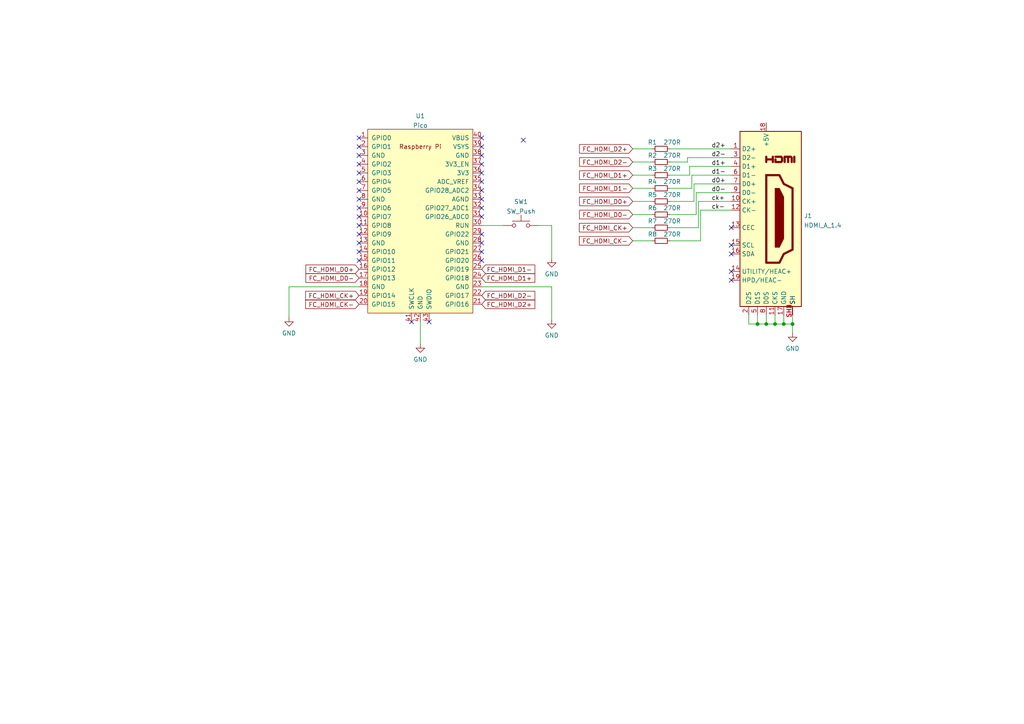
<source format=kicad_sch>
(kicad_sch (version 20211123) (generator eeschema)
  (paper "A4")
  (lib_symbols
    (symbol "CM4IO:HDMI_A_1.4"
      (property "Reference" "J" (at -6.35 26.67 0))
      (property "Value" "HDMI_A_1.4" (at 10.16 26.67 0))
      (symbol "HDMI_A_1.4_0_0"
        (polyline (pts (xy 8.128 16.51) (xy 8.128 18.034)) (stroke (width 0.635)))
        (polyline (pts (xy 0 16.51) (xy 0 18.034) (xy 0 17.272) (xy 1.905 17.272) (xy 1.905 18.034) (xy 1.905 16.51)) (stroke (width 0.635)))
        (polyline (pts (xy 2.667 18.034) (xy 4.318 18.034) (xy 4.572 17.78) (xy 4.572 16.764) (xy 4.318 16.51) (xy 2.667 16.51) (xy 2.667 17.272)) (stroke (width 0.635)))
        (pin passive line (at 7.62 -27.94 90) (length 2.54) (name "SH") (number "SH2"))
        (pin passive line (at 7.62 -27.94 90) (length 2.54) (name "SH") (number "SH3"))
        (pin passive line (at 7.62 -27.94 90) (length 2.54) (name "SH") (number "SH4"))
      )
      (symbol "HDMI_A_1.4_0_1"
        (rectangle (start -7.62 25.4) (end 10.16 -25.4) (stroke (width 0.254)) (fill (type background)))
        (polyline (pts (xy 2.54 8.89) (xy 3.81 8.89) (xy 5.08 6.35) (xy 5.08 -5.715) (xy 3.81 -8.255) (xy 2.54 -8.255) (xy 2.54 8.89)) (fill (type outline)))
        (polyline (pts (xy 5.334 16.51) (xy 5.334 18.034) (xy 6.35 18.034) (xy 6.35 16.51) (xy 6.35 18.034) (xy 7.112 18.034) (xy 7.366 17.78) (xy 7.366 16.51)) (stroke (width 0.635)))
        (polyline (pts (xy 0 12.7) (xy 0 -12.7) (xy 3.81 -12.7) (xy 5.08 -10.16) (xy 7.62 -8.89) (xy 7.62 8.89) (xy 5.08 10.16) (xy 3.81 12.7) (xy 0 12.7)) (stroke (width 0.635)))
      )
      (symbol "HDMI_A_1.4_1_1"
        (pin passive line (at -10.16 20.32 0) (length 2.54) (name "D2+") (number "1"))
        (pin passive line (at -10.16 5.08 0) (length 2.54) (name "CK+") (number "10"))
        (pin power_in line (at 2.54 -27.94 90) (length 2.54) (name "CKS") (number "11"))
        (pin passive line (at -10.16 2.54 0) (length 2.54) (name "CK-") (number "12"))
        (pin bidirectional line (at -10.16 -2.54 0) (length 2.54) (name "CEC") (number "13"))
        (pin passive line (at -10.16 -15.24 0) (length 2.54) (name "UTILITY/HEAC+") (number "14"))
        (pin passive line (at -10.16 -7.62 0) (length 2.54) (name "SCL") (number "15"))
        (pin bidirectional line (at -10.16 -10.16 0) (length 2.54) (name "SDA") (number "16"))
        (pin power_in line (at 5.08 -27.94 90) (length 2.54) (name "GND") (number "17"))
        (pin power_in line (at 0 27.94 270) (length 2.54) (name "+5V") (number "18"))
        (pin passive line (at -10.16 -17.78 0) (length 2.54) (name "HPD/HEAC-") (number "19"))
        (pin power_in line (at -5.08 -27.94 90) (length 2.54) (name "D2S") (number "2"))
        (pin passive line (at -10.16 17.78 0) (length 2.54) (name "D2-") (number "3"))
        (pin passive line (at -10.16 15.24 0) (length 2.54) (name "D1+") (number "4"))
        (pin power_in line (at -2.54 -27.94 90) (length 2.54) (name "D1S") (number "5"))
        (pin passive line (at -10.16 12.7 0) (length 2.54) (name "D1-") (number "6"))
        (pin passive line (at -10.16 10.16 0) (length 2.54) (name "D0+") (number "7"))
        (pin power_in line (at 0 -27.94 90) (length 2.54) (name "D0S") (number "8"))
        (pin passive line (at -10.16 7.62 0) (length 2.54) (name "D0-") (number "9"))
        (pin passive line (at 7.62 -27.94 90) (length 2.54) (name "SH") (number "SH1"))
      )
    )
    (symbol "Device:R_Small" (pin_numbers hide) (pin_names (offset 0.254) hide)
      (property "Reference" "R" (at 0.762 0.508 0))
      (property "Value" "R_Small" (at 0.762 -1.016 0))
      (symbol "R_Small_0_1"
        (rectangle (start -0.762 1.778) (end 0.762 -1.778) (stroke (width 0.2032)))
      )
      (symbol "R_Small_1_1"
        (pin passive line (at 0 2.54 270) (length 0.762) (name "~") (number "1"))
        (pin passive line (at 0 -2.54 90) (length 0.762) (name "~") (number "2"))
      )
    )
    (symbol "MCU_RaspberryPi_Pico:Pico" (pin_names (offset 1.016))
      (property "Reference" "U" (at -13.97 27.94 0))
      (property "Value" "Pico" (at 0 19.05 0))
      (symbol "Pico_0_0"
        (text "Raspberry Pi" (at 0 21.59 0) (effects (font (size 1.27 1.27))))
      )
      (symbol "Pico_0_1"
        (rectangle (start -15.24 26.67) (end 15.24 -26.67) (fill (type background)))
      )
      (symbol "Pico_1_1"
        (pin bidirectional line (at -17.78 24.13 0) (length 2.54) (name "GPIO0") (number "1"))
        (pin bidirectional line (at -17.78 1.27 0) (length 2.54) (name "GPIO7") (number "10"))
        (pin bidirectional line (at -17.78 -1.27 0) (length 2.54) (name "GPIO8") (number "11"))
        (pin bidirectional line (at -17.78 -3.81 0) (length 2.54) (name "GPIO9") (number "12"))
        (pin power_in line (at -17.78 -6.35 0) (length 2.54) (name "GND") (number "13"))
        (pin bidirectional line (at -17.78 -8.89 0) (length 2.54) (name "GPIO10") (number "14"))
        (pin bidirectional line (at -17.78 -11.43 0) (length 2.54) (name "GPIO11") (number "15"))
        (pin bidirectional line (at -17.78 -13.97 0) (length 2.54) (name "GPIO12") (number "16"))
        (pin bidirectional line (at -17.78 -16.51 0) (length 2.54) (name "GPIO13") (number "17"))
        (pin power_in line (at -17.78 -19.05 0) (length 2.54) (name "GND") (number "18"))
        (pin bidirectional line (at -17.78 -21.59 0) (length 2.54) (name "GPIO14") (number "19"))
        (pin bidirectional line (at -17.78 21.59 0) (length 2.54) (name "GPIO1") (number "2"))
        (pin bidirectional line (at -17.78 -24.13 0) (length 2.54) (name "GPIO15") (number "20"))
        (pin bidirectional line (at 17.78 -24.13 180) (length 2.54) (name "GPIO16") (number "21"))
        (pin bidirectional line (at 17.78 -21.59 180) (length 2.54) (name "GPIO17") (number "22"))
        (pin power_in line (at 17.78 -19.05 180) (length 2.54) (name "GND") (number "23"))
        (pin bidirectional line (at 17.78 -16.51 180) (length 2.54) (name "GPIO18") (number "24"))
        (pin bidirectional line (at 17.78 -13.97 180) (length 2.54) (name "GPIO19") (number "25"))
        (pin bidirectional line (at 17.78 -11.43 180) (length 2.54) (name "GPIO20") (number "26"))
        (pin bidirectional line (at 17.78 -8.89 180) (length 2.54) (name "GPIO21") (number "27"))
        (pin power_in line (at 17.78 -6.35 180) (length 2.54) (name "GND") (number "28"))
        (pin bidirectional line (at 17.78 -3.81 180) (length 2.54) (name "GPIO22") (number "29"))
        (pin power_in line (at -17.78 19.05 0) (length 2.54) (name "GND") (number "3"))
        (pin input line (at 17.78 -1.27 180) (length 2.54) (name "RUN") (number "30"))
        (pin bidirectional line (at 17.78 1.27 180) (length 2.54) (name "GPIO26_ADC0") (number "31"))
        (pin bidirectional line (at 17.78 3.81 180) (length 2.54) (name "GPIO27_ADC1") (number "32"))
        (pin power_in line (at 17.78 6.35 180) (length 2.54) (name "AGND") (number "33"))
        (pin bidirectional line (at 17.78 8.89 180) (length 2.54) (name "GPIO28_ADC2") (number "34"))
        (pin unspecified line (at 17.78 11.43 180) (length 2.54) (name "ADC_VREF") (number "35"))
        (pin unspecified line (at 17.78 13.97 180) (length 2.54) (name "3V3") (number "36"))
        (pin input line (at 17.78 16.51 180) (length 2.54) (name "3V3_EN") (number "37"))
        (pin bidirectional line (at 17.78 19.05 180) (length 2.54) (name "GND") (number "38"))
        (pin unspecified line (at 17.78 21.59 180) (length 2.54) (name "VSYS") (number "39"))
        (pin bidirectional line (at -17.78 16.51 0) (length 2.54) (name "GPIO2") (number "4"))
        (pin unspecified line (at 17.78 24.13 180) (length 2.54) (name "VBUS") (number "40"))
        (pin input line (at -2.54 -29.21 90) (length 2.54) (name "SWCLK") (number "41"))
        (pin power_in line (at 0 -29.21 90) (length 2.54) (name "GND") (number "42"))
        (pin bidirectional line (at 2.54 -29.21 90) (length 2.54) (name "SWDIO") (number "43"))
        (pin bidirectional line (at -17.78 13.97 0) (length 2.54) (name "GPIO3") (number "5"))
        (pin bidirectional line (at -17.78 11.43 0) (length 2.54) (name "GPIO4") (number "6"))
        (pin bidirectional line (at -17.78 8.89 0) (length 2.54) (name "GPIO5") (number "7"))
        (pin power_in line (at -17.78 6.35 0) (length 2.54) (name "GND") (number "8"))
        (pin bidirectional line (at -17.78 3.81 0) (length 2.54) (name "GPIO6") (number "9"))
      )
    )
    (symbol "Switch:SW_Push" (pin_numbers hide) (pin_names (offset 1.016) hide)
      (property "Reference" "SW" (at 1.27 2.54 0))
      (property "Value" "SW_Push" (at 0 -1.524 0))
      (symbol "SW_Push_0_1"
        (circle (center -2.032 0) (radius 0.508))
        (polyline (pts (xy 0 1.27) (xy 0 3.048)))
        (polyline (pts (xy 2.54 1.27) (xy -2.54 1.27)))
        (circle (center 2.032 0) (radius 0.508))
        (pin passive line (at -5.08 0 0) (length 2.54) (name "1") (number "1"))
        (pin passive line (at 5.08 0 180) (length 2.54) (name "2") (number "2"))
      )
    )
    (symbol "power:GND" (power) (pin_names (offset 0))
      (property "Value" "GND" (at 0 -3.81 0))
      (symbol "GND_0_1"
        (polyline (pts (xy 0 0) (xy 0 -1.27) (xy 1.27 -1.27) (xy 0 -2.54) (xy -1.27 -1.27) (xy 0 -1.27)))
      )
      (symbol "GND_1_1"
        (pin power_in line (at 0 0 270) (length 0) hide (name "GND") (number "1"))
      )
    )
  )
  (junction (at 229.87 93.98))
  (junction (at 227.33 93.98))
  (junction (at 222.25 93.98))
  (junction (at 219.71 93.98))
  (junction (at 224.79 93.98))
  (no_connect (at 139.7 40.005))
  (no_connect (at 104.14 40.005))
  (no_connect (at 104.14 42.545))
  (no_connect (at 104.14 70.485))
  (no_connect (at 104.14 73.025))
  (no_connect (at 104.14 75.565))
  (no_connect (at 119.38 93.345))
  (no_connect (at 104.14 45.085))
  (no_connect (at 104.14 47.625))
  (no_connect (at 104.14 50.165))
  (no_connect (at 104.14 52.705))
  (no_connect (at 104.14 55.245))
  (no_connect (at 104.14 57.785))
  (no_connect (at 104.14 60.325))
  (no_connect (at 104.14 62.865))
  (no_connect (at 104.14 65.405))
  (no_connect (at 104.14 67.945))
  (no_connect (at 139.7 73.025))
  (no_connect (at 139.7 70.485))
  (no_connect (at 139.7 67.945))
  (no_connect (at 139.7 45.085))
  (no_connect (at 139.7 42.545))
  (no_connect (at 124.46 93.345))
  (no_connect (at 139.7 75.565))
  (no_connect (at 139.7 62.865))
  (no_connect (at 139.7 60.325))
  (no_connect (at 139.7 57.785))
  (no_connect (at 139.7 55.245))
  (no_connect (at 139.7 52.705))
  (no_connect (at 139.7 50.165))
  (no_connect (at 139.7 47.625))
  (no_connect (at 212.09 81.28))
  (no_connect (at 212.09 78.74))
  (no_connect (at 212.09 73.66))
  (no_connect (at 212.09 71.12))
  (no_connect (at 212.09 66.04))
  (no_connect (at 151.765 40.64))
  (wire (pts (xy 227.33 91.44) (xy 227.33 93.98)))
  (wire (pts (xy 212.09 53.34) (xy 201.295 53.34)))
  (wire (pts (xy 203.2 60.96) (xy 203.2 69.85)))
  (wire (pts (xy 183.515 43.18) (xy 189.23 43.18)))
  (wire (pts (xy 83.82 83.185) (xy 83.82 92.075)))
  (wire (pts (xy 212.09 50.8) (xy 200.66 50.8)))
  (wire (pts (xy 199.39 46.99) (xy 194.31 46.99)))
  (wire (pts (xy 160.02 83.185) (xy 160.02 92.71)))
  (wire (pts (xy 200.025 50.8) (xy 194.31 50.8)))
  (wire (pts (xy 203.2 69.85) (xy 194.31 69.85)))
  (wire (pts (xy 224.79 91.44) (xy 224.79 93.98)))
  (wire (pts (xy 217.17 91.44) (xy 217.17 93.98)))
  (wire (pts (xy 160.02 65.405) (xy 160.02 74.93)))
  (wire (pts (xy 121.92 93.345) (xy 121.92 99.695)))
  (wire (pts (xy 219.71 93.98) (xy 222.25 93.98)))
  (wire (pts (xy 212.09 60.96) (xy 203.2 60.96)))
  (wire (pts (xy 139.7 65.405) (xy 146.05 65.405)))
  (wire (pts (xy 201.295 53.34) (xy 201.295 58.42)))
  (wire (pts (xy 222.25 93.98) (xy 224.79 93.98)))
  (wire (pts (xy 200.025 48.26) (xy 200.025 50.8)))
  (wire (pts (xy 200.66 50.8) (xy 200.66 54.61)))
  (wire (pts (xy 183.515 69.85) (xy 189.23 69.85)))
  (wire (pts (xy 183.515 50.8) (xy 189.23 50.8)))
  (wire (pts (xy 212.09 45.72) (xy 199.39 45.72)))
  (wire (pts (xy 183.515 46.99) (xy 189.23 46.99)))
  (wire (pts (xy 227.33 93.98) (xy 229.87 93.98)))
  (wire (pts (xy 194.31 43.18) (xy 212.09 43.18)))
  (wire (pts (xy 139.7 83.185) (xy 160.02 83.185)))
  (wire (pts (xy 200.66 54.61) (xy 194.31 54.61)))
  (wire (pts (xy 201.93 55.88) (xy 201.93 62.23)))
  (wire (pts (xy 219.71 91.44) (xy 219.71 93.98)))
  (wire (pts (xy 222.25 91.44) (xy 222.25 93.98)))
  (wire (pts (xy 201.295 58.42) (xy 194.31 58.42)))
  (wire (pts (xy 212.09 48.26) (xy 200.025 48.26)))
  (wire (pts (xy 217.17 93.98) (xy 219.71 93.98)))
  (wire (pts (xy 201.93 62.23) (xy 194.31 62.23)))
  (wire (pts (xy 224.79 93.98) (xy 227.33 93.98)))
  (wire (pts (xy 183.515 54.61) (xy 189.23 54.61)))
  (wire (pts (xy 199.39 45.72) (xy 199.39 46.99)))
  (wire (pts (xy 229.87 91.44) (xy 229.87 93.98)))
  (wire (pts (xy 212.09 58.42) (xy 202.565 58.42)))
  (wire (pts (xy 202.565 66.04) (xy 194.31 66.04)))
  (wire (pts (xy 183.515 66.04) (xy 189.23 66.04)))
  (wire (pts (xy 104.14 83.185) (xy 83.82 83.185)))
  (wire (pts (xy 156.21 65.405) (xy 160.02 65.405)))
  (wire (pts (xy 183.515 62.23) (xy 189.23 62.23)))
  (wire (pts (xy 229.87 93.98) (xy 229.87 96.52)))
  (wire (pts (xy 183.515 58.42) (xy 189.23 58.42)))
  (wire (pts (xy 212.09 55.88) (xy 201.93 55.88)))
  (wire (pts (xy 202.565 58.42) (xy 202.565 66.04)))
  (label "d2+" (at 206.375 43.18 0))
  (label "d0-" (at 206.375 55.88 0))
  (label "d1+" (at 206.375 48.26 0))
  (label "d1-" (at 206.375 50.8 0))
  (label "d2-" (at 206.375 45.72 0))
  (label "ck+" (at 206.375 58.42 0))
  (label "d0+" (at 206.375 53.34 0))
  (label "ck-" (at 206.375 60.96 0))
  (global_label "FC_HDMI_D0+" (shape input) (at 104.14 78.105 180) (property "Intersheet References" "${INTERSHEET_REFS}" (effects hide)))
  (global_label "FC_HDMI_D2-" (shape input) (at 183.515 46.99 180) (property "Intersheet References" "${INTERSHEET_REFS}" (effects hide)))
  (global_label "FC_HDMI_D2+" (shape input) (at 183.515 43.18 180) (property "Intersheet References" "${INTERSHEET_REFS}" (effects hide)))
  (global_label "FC_HDMI_D1-" (shape input) (at 183.515 54.61 180) (property "Intersheet References" "${INTERSHEET_REFS}" (effects hide)))
  (global_label "FC_HDMI_D1-" (shape input) (at 139.7 78.105 0) (property "Intersheet References" "${INTERSHEET_REFS}" (effects hide)))
  (global_label "FC_HDMI_D0-" (shape input) (at 104.14 80.645 180) (property "Intersheet References" "${INTERSHEET_REFS}" (effects hide)))
  (global_label "FC_HDMI_CK-" (shape input) (at 183.515 69.85 180) (property "Intersheet References" "${INTERSHEET_REFS}" (effects hide)))
  (global_label "FC_HDMI_CK+" (shape input) (at 104.14 85.725 180) (property "Intersheet References" "${INTERSHEET_REFS}" (effects hide)))
  (global_label "FC_HDMI_D0-" (shape input) (at 183.515 62.23 180) (property "Intersheet References" "${INTERSHEET_REFS}" (effects hide)))
  (global_label "FC_HDMI_D0+" (shape input) (at 183.515 58.42 180) (property "Intersheet References" "${INTERSHEET_REFS}" (effects hide)))
  (global_label "FC_HDMI_D2-" (shape input) (at 139.7 85.725 0) (property "Intersheet References" "${INTERSHEET_REFS}" (effects hide)))
  (global_label "FC_HDMI_CK+" (shape input) (at 183.515 66.04 180) (property "Intersheet References" "${INTERSHEET_REFS}" (effects hide)))
  (global_label "FC_HDMI_D1+" (shape input) (at 139.7 80.645 0) (property "Intersheet References" "${INTERSHEET_REFS}" (effects hide)))
  (global_label "FC_HDMI_CK-" (shape input) (at 104.14 88.265 180) (property "Intersheet References" "${INTERSHEET_REFS}" (effects hide)))
  (global_label "FC_HDMI_D1+" (shape input) (at 183.515 50.8 180) (property "Intersheet References" "${INTERSHEET_REFS}" (effects hide)))
  (global_label "FC_HDMI_D2+" (shape input) (at 139.7 88.265 0) (property "Intersheet References" "${INTERSHEET_REFS}" (effects hide)))
  (symbol (lib_id "Device:R_Small") (at 191.77 69.85 90) (unit 1)
    (property "Reference" "R8" (at 189.23 67.945 90))
    (property "Value" "270R" (at 194.945 67.945 90))
    (property "Footprint" "Resistor_SMD:R_0402_1005Metric_Pad0.72x0.64mm_HandSolder" (effects hide))
  )
  (symbol (lib_id "Device:R_Small") (at 191.77 43.18 90) (unit 1)
    (property "Reference" "R1" (at 189.23 41.275 90))
    (property "Value" "270R" (at 194.945 41.275 90))
    (property "Footprint" "Resistor_SMD:R_0402_1005Metric_Pad0.72x0.64mm_HandSolder" (effects hide))
  )
  (symbol (lib_id "Device:R_Small") (at 191.77 62.23 90) (unit 1)
    (property "Reference" "R6" (at 189.23 60.325 90))
    (property "Value" "270R" (at 194.945 60.325 90))
    (property "Footprint" "Resistor_SMD:R_0402_1005Metric_Pad0.72x0.64mm_HandSolder" (effects hide))
  )
  (symbol (lib_id "power:GND") (at 160.02 74.93 0) (unit 1)
    (property "Reference" "#PWR01" (effects hide))
    (property "Value" "GND" (at 160.02 79.4925 0))
  )
  (symbol (lib_id "Device:R_Small") (at 191.77 58.42 90) (unit 1)
    (property "Reference" "R5" (at 189.23 56.515 90))
    (property "Value" "270R" (at 194.945 56.515 90))
    (property "Footprint" "Resistor_SMD:R_0402_1005Metric_Pad0.72x0.64mm_HandSolder" (effects hide))
  )
  (symbol (lib_id "Device:R_Small") (at 191.77 54.61 90) (unit 1)
    (property "Reference" "R4" (at 189.23 52.705 90))
    (property "Value" "270R" (at 194.945 52.705 90))
    (property "Footprint" "Resistor_SMD:R_0402_1005Metric_Pad0.72x0.64mm_HandSolder" (effects hide))
  )
  (symbol (lib_id "power:GND") (at 121.92 99.695 0) (unit 1)
    (property "Reference" "#PWR05" (effects hide))
    (property "Value" "GND" (at 121.92 104.2575 0))
  )
  (symbol (lib_id "power:GND") (at 83.82 92.075 0) (unit 1)
    (property "Reference" "#PWR02" (effects hide))
    (property "Value" "GND" (at 83.82 96.6375 0))
  )
  (symbol (lib_id "Device:R_Small") (at 191.77 66.04 90) (unit 1)
    (property "Reference" "R7" (at 189.23 64.135 90))
    (property "Value" "270R" (at 194.945 64.135 90))
    (property "Footprint" "Resistor_SMD:R_0402_1005Metric_Pad0.72x0.64mm_HandSolder" (effects hide))
  )
  (symbol (lib_id "Switch:SW_Push") (at 151.13 65.405 0) (unit 1)
    (property "Reference" "SW1" (at 151.13 58.5175 0))
    (property "Value" "SW_Push" (at 151.13 61.2926 0))
    (property "Footprint" "Button_Switch_SMD:SW_SPST_PTS810" (effects hide))
  )
  (symbol (lib_id "CM4IO:HDMI_A_1.4") (at 222.25 63.5 0) (unit 1)
    (property "Reference" "J1" (at 233.172 62.5915 0) (effects (justify left)))
    (property "Value" "HDMI_A_1.4" (at 233.172 65.3666 0) (effects (justify left)))
    (property "Footprint" "CM4IO:EDAC 690-019-298-412" (effects hide))
    (property "Datasheet" "https://en.wikipedia.org/wiki/HDMI" (effects hide))
  )
  (symbol (lib_id "power:GND") (at 160.02 92.71 0) (unit 1)
    (property "Reference" "#PWR03" (effects hide))
    (property "Value" "GND" (at 160.02 97.2725 0))
  )
  (symbol (lib_id "Device:R_Small") (at 191.77 50.8 90) (unit 1)
    (property "Reference" "R3" (at 189.23 48.895 90))
    (property "Value" "270R" (at 194.945 48.895 90))
    (property "Footprint" "Resistor_SMD:R_0402_1005Metric_Pad0.72x0.64mm_HandSolder" (effects hide))
  )
  (symbol (lib_id "Device:R_Small") (at 191.77 46.99 90) (unit 1)
    (property "Reference" "R2" (at 189.23 45.085 90))
    (property "Value" "270R" (at 194.945 45.085 90))
    (property "Footprint" "Resistor_SMD:R_0402_1005Metric_Pad0.72x0.64mm_HandSolder" (effects hide))
  )
  (symbol (lib_id "power:GND") (at 229.87 96.52 0) (unit 1)
    (property "Reference" "#PWR04" (effects hide))
    (property "Value" "GND" (at 229.87 101.0825 0))
  )
  (symbol (lib_id "MCU_RaspberryPi_Pico:Pico") (at 121.92 64.135 0) (unit 1)
    (property "Reference" "U1" (at 121.92 33.6255 0))
    (property "Value" "Pico" (at 121.92 36.4006 0))
    (property "Footprint" "MCU_RaspberryPi_and_Boards:RPi_Pico_SMD_TH" (effects hide))
  )
)
</source>
